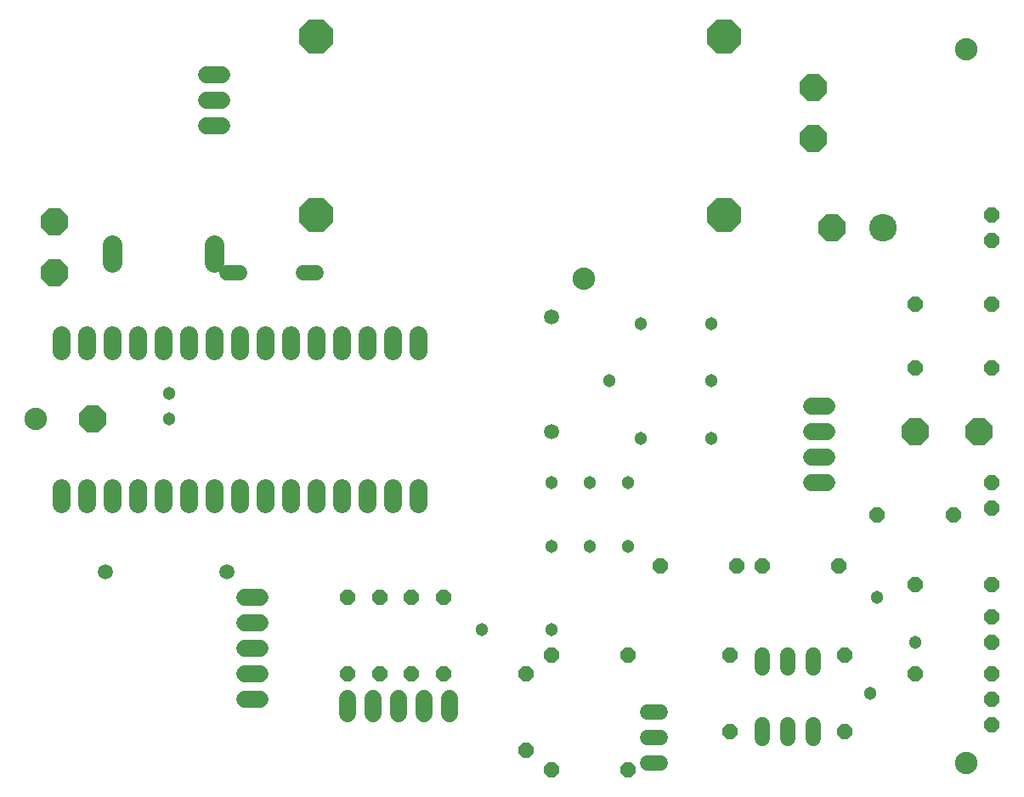
<source format=gts>
G04 EAGLE Gerber X2 export*
G75*
%MOMM*%
%FSLAX34Y34*%
%LPD*%
%AMOC8*
5,1,8,0,0,1.08239X$1,22.5*%
G01*
%ADD10C,2.235200*%
%ADD11P,3.656530X8X22.500000*%
%ADD12P,2.969212X8X22.500000*%
%ADD13C,1.778000*%
%ADD14C,1.524000*%
%ADD15C,1.727200*%
%ADD16P,1.649562X8X292.500000*%
%ADD17P,1.649562X8X22.500000*%
%ADD18P,1.649562X8X202.500000*%
%ADD19P,1.649562X8X112.500000*%
%ADD20C,1.981200*%
%ADD21C,2.743200*%
%ADD22P,2.969212X8X202.500000*%
%ADD23C,1.503200*%
%ADD24C,1.303200*%


D10*
X952500Y762000D03*
X25400Y393700D03*
X952500Y50800D03*
X571500Y533400D03*
D11*
X711200Y596900D03*
X304800Y596900D03*
X711200Y774700D03*
X304800Y774700D03*
D12*
X44450Y539750D03*
D13*
X406400Y477774D02*
X406400Y462026D01*
X381000Y462026D02*
X381000Y477774D01*
X355600Y477774D02*
X355600Y462026D01*
X330200Y462026D02*
X330200Y477774D01*
X304800Y477774D02*
X304800Y462026D01*
X279400Y462026D02*
X279400Y477774D01*
X254000Y477774D02*
X254000Y462026D01*
X228600Y462026D02*
X228600Y477774D01*
X203200Y477774D02*
X203200Y462026D01*
X177800Y462026D02*
X177800Y477774D01*
X152400Y477774D02*
X152400Y462026D01*
X127000Y462026D02*
X127000Y477774D01*
X101600Y477774D02*
X101600Y462026D01*
X76200Y462026D02*
X76200Y477774D01*
X50800Y477774D02*
X50800Y462026D01*
X50800Y325374D02*
X50800Y309626D01*
X76200Y309626D02*
X76200Y325374D01*
X101600Y325374D02*
X101600Y309626D01*
X127000Y309626D02*
X127000Y325374D01*
X152400Y325374D02*
X152400Y309626D01*
X177800Y309626D02*
X177800Y325374D01*
X203200Y325374D02*
X203200Y309626D01*
X228600Y309626D02*
X228600Y325374D01*
X254000Y325374D02*
X254000Y309626D01*
X279400Y309626D02*
X279400Y325374D01*
X304800Y325374D02*
X304800Y309626D01*
X330200Y309626D02*
X330200Y325374D01*
X355600Y325374D02*
X355600Y309626D01*
X381000Y309626D02*
X381000Y325374D01*
X406400Y325374D02*
X406400Y309626D01*
D12*
X82550Y393700D03*
D14*
X291846Y539750D02*
X305054Y539750D01*
X228854Y539750D02*
X215646Y539750D01*
D12*
X44450Y590550D03*
D15*
X798830Y406400D02*
X814070Y406400D01*
X814070Y381000D02*
X798830Y381000D01*
X798830Y355600D02*
X814070Y355600D01*
X814070Y330200D02*
X798830Y330200D01*
X248920Y114300D02*
X233680Y114300D01*
X233680Y139700D02*
X248920Y139700D01*
X248920Y165100D02*
X233680Y165100D01*
X233680Y190500D02*
X248920Y190500D01*
X248920Y215900D02*
X233680Y215900D01*
X336550Y115570D02*
X336550Y100330D01*
X361950Y100330D02*
X361950Y115570D01*
X387350Y115570D02*
X387350Y100330D01*
X412750Y100330D02*
X412750Y115570D01*
X438150Y115570D02*
X438150Y100330D01*
D12*
X800100Y673100D03*
X800100Y723900D03*
D16*
X514350Y139700D03*
X514350Y63500D03*
D17*
X901700Y444500D03*
X977900Y444500D03*
D16*
X336550Y215900D03*
X336550Y139700D03*
X368300Y215900D03*
X368300Y139700D03*
X400050Y215900D03*
X400050Y139700D03*
X431800Y215900D03*
X431800Y139700D03*
D18*
X977900Y508000D03*
X901700Y508000D03*
D19*
X831850Y82550D03*
X831850Y158750D03*
D17*
X749300Y247650D03*
X825500Y247650D03*
D18*
X615950Y158750D03*
X539750Y158750D03*
X723900Y247650D03*
X647700Y247650D03*
D17*
X539750Y44450D03*
X615950Y44450D03*
D18*
X977900Y139700D03*
X901700Y139700D03*
X977900Y228600D03*
X901700Y228600D03*
X939800Y298450D03*
X863600Y298450D03*
D16*
X717550Y158750D03*
X717550Y82550D03*
D12*
X965200Y381000D03*
X901700Y381000D03*
D14*
X647954Y76200D02*
X634746Y76200D01*
X634746Y101600D02*
X647954Y101600D01*
X647954Y50800D02*
X634746Y50800D01*
X774700Y75946D02*
X774700Y89154D01*
X800100Y89154D02*
X800100Y75946D01*
X749300Y75946D02*
X749300Y89154D01*
X800100Y145796D02*
X800100Y159004D01*
X749300Y159004D02*
X749300Y145796D01*
X774700Y145796D02*
X774700Y159004D01*
D20*
X101600Y549910D02*
X101600Y567690D01*
X203200Y567690D02*
X203200Y549910D01*
D19*
X977900Y571500D03*
X977900Y596900D03*
X977900Y304800D03*
X977900Y330200D03*
D16*
X977900Y196850D03*
X977900Y171450D03*
X977900Y114300D03*
X977900Y88900D03*
D21*
X869950Y584200D03*
D22*
X819150Y584200D03*
D15*
X210820Y736600D02*
X195580Y736600D01*
X195580Y711200D02*
X210820Y711200D01*
X210820Y685800D02*
X195580Y685800D01*
D23*
X95250Y241300D03*
X215900Y241300D03*
D24*
X577850Y330200D03*
X577850Y266700D03*
D23*
X539750Y495300D03*
X539750Y381000D03*
D24*
X857250Y120650D03*
X539750Y330200D03*
X539750Y266700D03*
X596900Y431800D03*
X698500Y431800D03*
X615950Y330200D03*
X615950Y266700D03*
X158750Y393700D03*
X901700Y171450D03*
X469900Y184150D03*
X539750Y184150D03*
X628650Y488950D03*
X698500Y488950D03*
X628650Y374650D03*
X698500Y374650D03*
X158750Y419100D03*
X863600Y215900D03*
M02*

</source>
